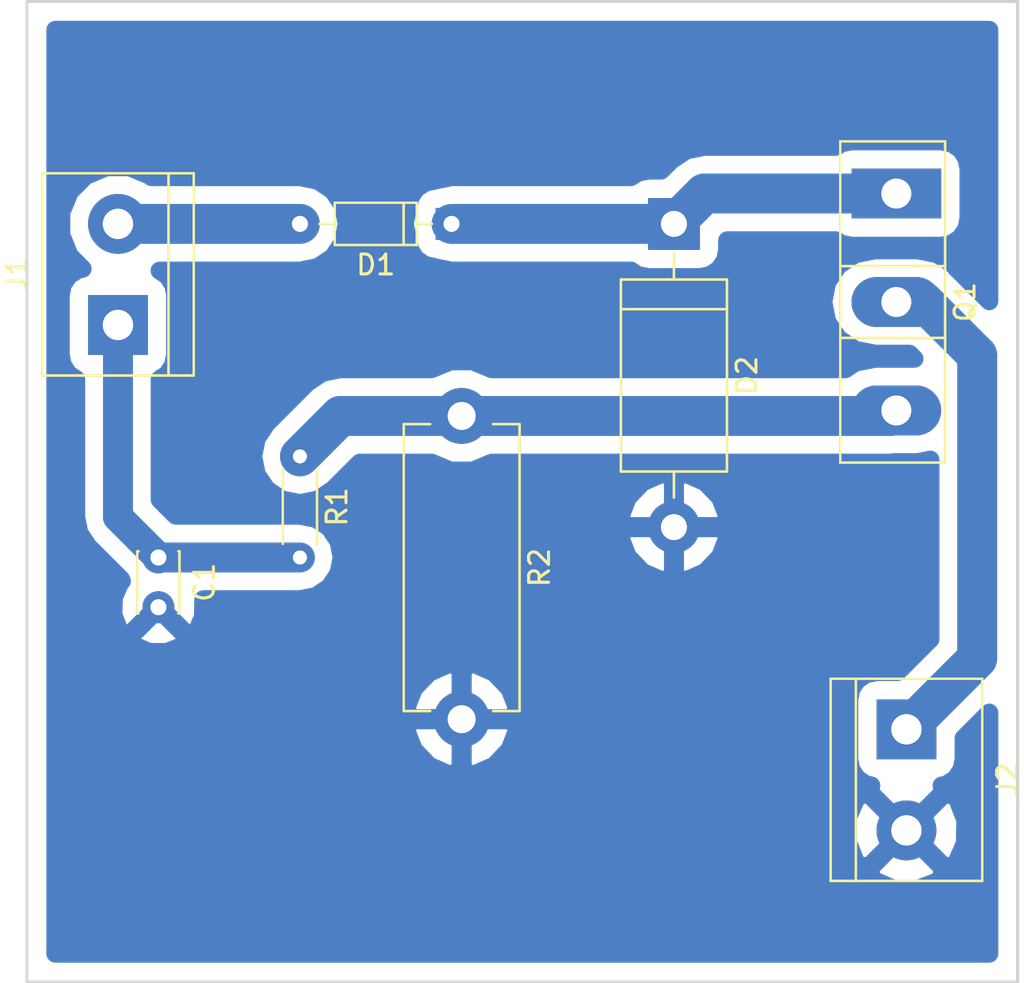
<source format=kicad_pcb>
(kicad_pcb (version 4) (host pcbnew 4.0.7)

  (general
    (links 28)
    (no_connects 0)
    (area 36.109 29.388999 193.607 161.619001)
    (thickness 1.6)
    (drawings 8)
    (tracks 30)
    (zones 0)
    (modules 16)
    (nets 7)
  )

  (page A4)
  (layers
    (0 F.Cu signal)
    (31 B.Cu signal)
    (32 B.Adhes user)
    (33 F.Adhes user)
    (34 B.Paste user)
    (35 F.Paste user)
    (36 B.SilkS user)
    (37 F.SilkS user)
    (38 B.Mask user)
    (39 F.Mask user)
    (40 Dwgs.User user)
    (41 Cmts.User user)
    (42 Eco1.User user)
    (43 Eco2.User user)
    (44 Edge.Cuts user)
    (45 Margin user)
    (46 B.CrtYd user)
    (47 F.CrtYd user)
    (48 B.Fab user)
    (49 F.Fab user)
  )

  (setup
    (last_trace_width 2)
    (user_trace_width 1.5)
    (user_trace_width 2)
    (trace_clearance 0.2)
    (zone_clearance 0.9)
    (zone_45_only no)
    (trace_min 0.2)
    (segment_width 0.2)
    (edge_width 0.15)
    (via_size 0.6)
    (via_drill 0.4)
    (via_min_size 0.4)
    (via_min_drill 0.3)
    (uvia_size 0.3)
    (uvia_drill 0.1)
    (uvias_allowed no)
    (uvia_min_size 0.2)
    (uvia_min_drill 0.1)
    (pcb_text_width 0.3)
    (pcb_text_size 1.5 1.5)
    (mod_edge_width 0.15)
    (mod_text_size 1 1)
    (mod_text_width 0.15)
    (pad_size 1.524 1.524)
    (pad_drill 0.762)
    (pad_to_mask_clearance 0.2)
    (aux_axis_origin 0 0)
    (visible_elements FFFFFF7F)
    (pcbplotparams
      (layerselection 0x00030_80000001)
      (usegerberextensions false)
      (excludeedgelayer true)
      (linewidth 0.100000)
      (plotframeref false)
      (viasonmask false)
      (mode 1)
      (useauxorigin false)
      (hpglpennumber 1)
      (hpglpenspeed 20)
      (hpglpendiameter 15)
      (hpglpenoverlay 2)
      (psnegative false)
      (psa4output false)
      (plotreference true)
      (plotvalue true)
      (plotinvisibletext false)
      (padsonsilk false)
      (subtractmaskfromsilk false)
      (outputformat 1)
      (mirror false)
      (drillshape 1)
      (scaleselection 1)
      (outputdirectory ""))
  )

  (net 0 "")
  (net 1 "Net-(C1-Pad1)")
  (net 2 Earth)
  (net 3 "Net-(D1-Pad1)")
  (net 4 "Net-(D1-Pad2)")
  (net 5 "Net-(J2-Pad1)")
  (net 6 "Net-(Q1-Pad3)")

  (net_class Default "Esta es la clase de red por defecto."
    (clearance 0.2)
    (trace_width 0.25)
    (via_dia 0.6)
    (via_drill 0.4)
    (uvia_dia 0.3)
    (uvia_drill 0.1)
    (add_net Earth)
    (add_net "Net-(C1-Pad1)")
    (add_net "Net-(D1-Pad1)")
    (add_net "Net-(D1-Pad2)")
    (add_net "Net-(J2-Pad1)")
    (add_net "Net-(Q1-Pad3)")
  )

  (module Resistors_ThroughHole:R_Axial_DIN0614_L14.3mm_D5.7mm_P15.24mm_Horizontal (layer F.Cu) (tedit 5874F706) (tstamp 5AE72E34)
    (at 60.452 133.096 270)
    (descr "Resistor, Axial_DIN0614 series, Axial, Horizontal, pin pitch=15.24mm, 1.5W, length*diameter=14.3*5.7mm^2")
    (tags "Resistor Axial_DIN0614 series Axial Horizontal pin pitch 15.24mm 1.5W length 14.3mm diameter 5.7mm")
    (path /5AE72344)
    (fp_text reference R2 (at 7.62 -3.91 270) (layer F.SilkS)
      (effects (font (size 1 1) (thickness 0.15)))
    )
    (fp_text value R (at 7.62 3.91 270) (layer F.Fab)
      (effects (font (size 1 1) (thickness 0.15)))
    )
    (fp_line (start 0.47 -2.85) (end 0.47 2.85) (layer F.Fab) (width 0.1))
    (fp_line (start 0.47 2.85) (end 14.77 2.85) (layer F.Fab) (width 0.1))
    (fp_line (start 14.77 2.85) (end 14.77 -2.85) (layer F.Fab) (width 0.1))
    (fp_line (start 14.77 -2.85) (end 0.47 -2.85) (layer F.Fab) (width 0.1))
    (fp_line (start 0 0) (end 0.47 0) (layer F.Fab) (width 0.1))
    (fp_line (start 15.24 0) (end 14.77 0) (layer F.Fab) (width 0.1))
    (fp_line (start 0.41 -1.58) (end 0.41 -2.91) (layer F.SilkS) (width 0.12))
    (fp_line (start 0.41 -2.91) (end 14.83 -2.91) (layer F.SilkS) (width 0.12))
    (fp_line (start 14.83 -2.91) (end 14.83 -1.58) (layer F.SilkS) (width 0.12))
    (fp_line (start 0.41 1.58) (end 0.41 2.91) (layer F.SilkS) (width 0.12))
    (fp_line (start 0.41 2.91) (end 14.83 2.91) (layer F.SilkS) (width 0.12))
    (fp_line (start 14.83 2.91) (end 14.83 1.58) (layer F.SilkS) (width 0.12))
    (fp_line (start -1.65 -3.2) (end -1.65 3.2) (layer F.CrtYd) (width 0.05))
    (fp_line (start -1.65 3.2) (end 16.9 3.2) (layer F.CrtYd) (width 0.05))
    (fp_line (start 16.9 3.2) (end 16.9 -3.2) (layer F.CrtYd) (width 0.05))
    (fp_line (start 16.9 -3.2) (end -1.65 -3.2) (layer F.CrtYd) (width 0.05))
    (pad 1 thru_hole circle (at 0 0 270) (size 2.8 2.8) (drill 1.4) (layers *.Cu *.Mask)
      (net 6 "Net-(Q1-Pad3)"))
    (pad 2 thru_hole oval (at 15.24 0 270) (size 2.8 2.8) (drill 1.4) (layers *.Cu *.Mask)
      (net 2 Earth))
    (model ${KISYS3DMOD}/Resistors_THT.3dshapes/R_Axial_DIN0614_L14.3mm_D5.7mm_P15.24mm_Horizontal.wrl
      (at (xyz 0 0 0))
      (scale (xyz 0.393701 0.393701 0.393701))
      (rotate (xyz 0 0 0))
    )
  )

  (module Resistors_ThroughHole:R_Axial_DIN0204_L3.6mm_D1.6mm_P5.08mm_Horizontal (layer F.Cu) (tedit 5874F706) (tstamp 5AE72E2F)
    (at 52.324 135.128 270)
    (descr "Resistor, Axial_DIN0204 series, Axial, Horizontal, pin pitch=5.08mm, 0.16666666666666666W = 1/6W, length*diameter=3.6*1.6mm^2, http://cdn-reichelt.de/documents/datenblatt/B400/1_4W%23YAG.pdf")
    (tags "Resistor Axial_DIN0204 series Axial Horizontal pin pitch 5.08mm 0.16666666666666666W = 1/6W length 3.6mm diameter 1.6mm")
    (path /5AE72232)
    (fp_text reference R1 (at 2.54 -1.86 270) (layer F.SilkS)
      (effects (font (size 1 1) (thickness 0.15)))
    )
    (fp_text value R (at 2.54 1.86 270) (layer F.Fab)
      (effects (font (size 1 1) (thickness 0.15)))
    )
    (fp_line (start 0.74 -0.8) (end 0.74 0.8) (layer F.Fab) (width 0.1))
    (fp_line (start 0.74 0.8) (end 4.34 0.8) (layer F.Fab) (width 0.1))
    (fp_line (start 4.34 0.8) (end 4.34 -0.8) (layer F.Fab) (width 0.1))
    (fp_line (start 4.34 -0.8) (end 0.74 -0.8) (layer F.Fab) (width 0.1))
    (fp_line (start 0 0) (end 0.74 0) (layer F.Fab) (width 0.1))
    (fp_line (start 5.08 0) (end 4.34 0) (layer F.Fab) (width 0.1))
    (fp_line (start 0.68 -0.86) (end 4.4 -0.86) (layer F.SilkS) (width 0.12))
    (fp_line (start 0.68 0.86) (end 4.4 0.86) (layer F.SilkS) (width 0.12))
    (fp_line (start -0.95 -1.15) (end -0.95 1.15) (layer F.CrtYd) (width 0.05))
    (fp_line (start -0.95 1.15) (end 6.05 1.15) (layer F.CrtYd) (width 0.05))
    (fp_line (start 6.05 1.15) (end 6.05 -1.15) (layer F.CrtYd) (width 0.05))
    (fp_line (start 6.05 -1.15) (end -0.95 -1.15) (layer F.CrtYd) (width 0.05))
    (pad 1 thru_hole circle (at 0 0 270) (size 1.4 1.4) (drill 0.7) (layers *.Cu *.Mask)
      (net 6 "Net-(Q1-Pad3)"))
    (pad 2 thru_hole oval (at 5.08 0 270) (size 1.4 1.4) (drill 0.7) (layers *.Cu *.Mask)
      (net 1 "Net-(C1-Pad1)"))
    (model ${KISYS3DMOD}/Resistors_THT.3dshapes/R_Axial_DIN0204_L3.6mm_D1.6mm_P5.08mm_Horizontal.wrl
      (at (xyz 0 0 0))
      (scale (xyz 0.393701 0.393701 0.393701))
      (rotate (xyz 0 0 0))
    )
  )

  (module TO_SOT_Packages_THT:TO-247_TO-3P_Vertical (layer F.Cu) (tedit 58CE52AE) (tstamp 5AE72E29)
    (at 82.296 121.92 270)
    (descr "TO-247, Vertical, RM 5.45mm, TO-3P")
    (tags "TO-247 Vertical RM 5.45mm TO-3P")
    (path /5AE722E5)
    (fp_text reference Q1 (at 5.45 -3.45 270) (layer F.SilkS)
      (effects (font (size 1 1) (thickness 0.15)))
    )
    (fp_text value IRF9540N (at 5.45 6.07 270) (layer F.Fab)
      (effects (font (size 1 1) (thickness 0.15)))
    )
    (fp_text user %R (at 5.45 -3.45 270) (layer F.Fab)
      (effects (font (size 1 1) (thickness 0.15)))
    )
    (fp_line (start -2.5 -2.33) (end -2.5 2.7) (layer F.Fab) (width 0.1))
    (fp_line (start -2.5 2.7) (end 13.4 2.7) (layer F.Fab) (width 0.1))
    (fp_line (start 13.4 2.7) (end 13.4 -2.33) (layer F.Fab) (width 0.1))
    (fp_line (start 13.4 -2.33) (end -2.5 -2.33) (layer F.Fab) (width 0.1))
    (fp_line (start 3.645 -2.33) (end 3.645 2.7) (layer F.Fab) (width 0.1))
    (fp_line (start 7.255 -2.33) (end 7.255 2.7) (layer F.Fab) (width 0.1))
    (fp_line (start -2.62 -2.451) (end 13.52 -2.451) (layer F.SilkS) (width 0.12))
    (fp_line (start -2.62 2.82) (end 13.52 2.82) (layer F.SilkS) (width 0.12))
    (fp_line (start -2.62 -2.451) (end -2.62 2.82) (layer F.SilkS) (width 0.12))
    (fp_line (start 13.52 -2.451) (end 13.52 2.82) (layer F.SilkS) (width 0.12))
    (fp_line (start 3.646 -2.451) (end 3.646 2.82) (layer F.SilkS) (width 0.12))
    (fp_line (start 7.255 -2.451) (end 7.255 2.82) (layer F.SilkS) (width 0.12))
    (fp_line (start -2.75 -2.59) (end -2.75 2.95) (layer F.CrtYd) (width 0.05))
    (fp_line (start -2.75 2.95) (end 13.65 2.95) (layer F.CrtYd) (width 0.05))
    (fp_line (start 13.65 2.95) (end 13.65 -2.59) (layer F.CrtYd) (width 0.05))
    (fp_line (start 13.65 -2.59) (end -2.75 -2.59) (layer F.CrtYd) (width 0.05))
    (pad 1 thru_hole rect (at 0 0 270) (size 2.5 4.5) (drill 1.5) (layers *.Cu *.Mask)
      (net 3 "Net-(D1-Pad1)"))
    (pad 2 thru_hole oval (at 5.45 0 270) (size 2.5 4.5) (drill 1.5) (layers *.Cu *.Mask)
      (net 5 "Net-(J2-Pad1)"))
    (pad 3 thru_hole oval (at 10.9 0 270) (size 2.5 4.5) (drill 1.5) (layers *.Cu *.Mask)
      (net 6 "Net-(Q1-Pad3)"))
    (model ${KISYS3DMOD}/TO_SOT_Packages_THT.3dshapes/TO-247_TO-3P_Vertical.wrl
      (at (xyz 0.212598 0 0))
      (scale (xyz 1 1 1))
      (rotate (xyz 0 0 0))
    )
  )

  (module Connectors:bornier2 (layer F.Cu) (tedit 587FD522) (tstamp 5AE72E24)
    (at 82.804 148.844 270)
    (descr "Bornier d'alimentation 2 pins")
    (tags DEV)
    (path /5AE7287D)
    (fp_text reference J2 (at 2.54 -5.08 270) (layer F.SilkS)
      (effects (font (size 1 1) (thickness 0.15)))
    )
    (fp_text value Conn_01x02 (at 2.54 5.08 270) (layer F.Fab)
      (effects (font (size 1 1) (thickness 0.15)))
    )
    (fp_line (start -2.41 2.55) (end 7.49 2.55) (layer F.Fab) (width 0.1))
    (fp_line (start -2.46 -3.75) (end -2.46 3.75) (layer F.Fab) (width 0.1))
    (fp_line (start -2.46 3.75) (end 7.54 3.75) (layer F.Fab) (width 0.1))
    (fp_line (start 7.54 3.75) (end 7.54 -3.75) (layer F.Fab) (width 0.1))
    (fp_line (start 7.54 -3.75) (end -2.46 -3.75) (layer F.Fab) (width 0.1))
    (fp_line (start 7.62 2.54) (end -2.54 2.54) (layer F.SilkS) (width 0.12))
    (fp_line (start 7.62 3.81) (end 7.62 -3.81) (layer F.SilkS) (width 0.12))
    (fp_line (start 7.62 -3.81) (end -2.54 -3.81) (layer F.SilkS) (width 0.12))
    (fp_line (start -2.54 -3.81) (end -2.54 3.81) (layer F.SilkS) (width 0.12))
    (fp_line (start -2.54 3.81) (end 7.62 3.81) (layer F.SilkS) (width 0.12))
    (fp_line (start -2.71 -4) (end 7.79 -4) (layer F.CrtYd) (width 0.05))
    (fp_line (start -2.71 -4) (end -2.71 4) (layer F.CrtYd) (width 0.05))
    (fp_line (start 7.79 4) (end 7.79 -4) (layer F.CrtYd) (width 0.05))
    (fp_line (start 7.79 4) (end -2.71 4) (layer F.CrtYd) (width 0.05))
    (pad 1 thru_hole rect (at 0 0 270) (size 3 3) (drill 1.52) (layers *.Cu *.Mask)
      (net 5 "Net-(J2-Pad1)"))
    (pad 2 thru_hole circle (at 5.08 0 270) (size 3 3) (drill 1.52) (layers *.Cu *.Mask)
      (net 2 Earth))
    (model ${KISYS3DMOD}/Connectors.3dshapes/bornier2.wrl
      (at (xyz 0 0 0))
      (scale (xyz 1 1 1))
      (rotate (xyz 0 0 0))
    )
  )

  (module Connectors:bornier2 (layer F.Cu) (tedit 587FD522) (tstamp 5AE72E1F)
    (at 43.18 128.524 90)
    (descr "Bornier d'alimentation 2 pins")
    (tags DEV)
    (path /5AE71FEC)
    (fp_text reference J1 (at 2.54 -5.08 90) (layer F.SilkS)
      (effects (font (size 1 1) (thickness 0.15)))
    )
    (fp_text value Conn_01x02 (at 2.54 5.08 90) (layer F.Fab)
      (effects (font (size 1 1) (thickness 0.15)))
    )
    (fp_line (start -2.41 2.55) (end 7.49 2.55) (layer F.Fab) (width 0.1))
    (fp_line (start -2.46 -3.75) (end -2.46 3.75) (layer F.Fab) (width 0.1))
    (fp_line (start -2.46 3.75) (end 7.54 3.75) (layer F.Fab) (width 0.1))
    (fp_line (start 7.54 3.75) (end 7.54 -3.75) (layer F.Fab) (width 0.1))
    (fp_line (start 7.54 -3.75) (end -2.46 -3.75) (layer F.Fab) (width 0.1))
    (fp_line (start 7.62 2.54) (end -2.54 2.54) (layer F.SilkS) (width 0.12))
    (fp_line (start 7.62 3.81) (end 7.62 -3.81) (layer F.SilkS) (width 0.12))
    (fp_line (start 7.62 -3.81) (end -2.54 -3.81) (layer F.SilkS) (width 0.12))
    (fp_line (start -2.54 -3.81) (end -2.54 3.81) (layer F.SilkS) (width 0.12))
    (fp_line (start -2.54 3.81) (end 7.62 3.81) (layer F.SilkS) (width 0.12))
    (fp_line (start -2.71 -4) (end 7.79 -4) (layer F.CrtYd) (width 0.05))
    (fp_line (start -2.71 -4) (end -2.71 4) (layer F.CrtYd) (width 0.05))
    (fp_line (start 7.79 4) (end 7.79 -4) (layer F.CrtYd) (width 0.05))
    (fp_line (start 7.79 4) (end -2.71 4) (layer F.CrtYd) (width 0.05))
    (pad 1 thru_hole rect (at 0 0 90) (size 3 3) (drill 1.52) (layers *.Cu *.Mask)
      (net 1 "Net-(C1-Pad1)"))
    (pad 2 thru_hole circle (at 5.08 0 90) (size 3 3) (drill 1.52) (layers *.Cu *.Mask)
      (net 4 "Net-(D1-Pad2)"))
    (model ${KISYS3DMOD}/Connectors.3dshapes/bornier2.wrl
      (at (xyz 0 0 0))
      (scale (xyz 1 1 1))
      (rotate (xyz 0 0 0))
    )
  )

  (module Diodes_THT:D_DO-201_P15.24mm_Horizontal (layer F.Cu) (tedit 5921392E) (tstamp 5AE72E1A)
    (at 71.12 123.444 270)
    (descr "D, DO-201 series, Axial, Horizontal, pin pitch=15.24mm, , length*diameter=9.53*5.21mm^2, , http://www.diodes.com/_files/packages/DO-201.pdf")
    (tags "D DO-201 series Axial Horizontal pin pitch 15.24mm  length 9.53mm diameter 5.21mm")
    (path /5AE72115)
    (fp_text reference D2 (at 7.62 -3.665 270) (layer F.SilkS)
      (effects (font (size 1 1) (thickness 0.15)))
    )
    (fp_text value D_TVS (at 7.62 3.665 270) (layer F.Fab)
      (effects (font (size 1 1) (thickness 0.15)))
    )
    (fp_text user %R (at 7.62 0 270) (layer F.Fab)
      (effects (font (size 1 1) (thickness 0.15)))
    )
    (fp_line (start 2.855 -2.605) (end 2.855 2.605) (layer F.Fab) (width 0.1))
    (fp_line (start 2.855 2.605) (end 12.385 2.605) (layer F.Fab) (width 0.1))
    (fp_line (start 12.385 2.605) (end 12.385 -2.605) (layer F.Fab) (width 0.1))
    (fp_line (start 12.385 -2.605) (end 2.855 -2.605) (layer F.Fab) (width 0.1))
    (fp_line (start 0 0) (end 2.855 0) (layer F.Fab) (width 0.1))
    (fp_line (start 15.24 0) (end 12.385 0) (layer F.Fab) (width 0.1))
    (fp_line (start 4.2845 -2.605) (end 4.2845 2.605) (layer F.Fab) (width 0.1))
    (fp_line (start 2.795 -2.665) (end 2.795 2.665) (layer F.SilkS) (width 0.12))
    (fp_line (start 2.795 2.665) (end 12.445 2.665) (layer F.SilkS) (width 0.12))
    (fp_line (start 12.445 2.665) (end 12.445 -2.665) (layer F.SilkS) (width 0.12))
    (fp_line (start 12.445 -2.665) (end 2.795 -2.665) (layer F.SilkS) (width 0.12))
    (fp_line (start 1.48 0) (end 2.795 0) (layer F.SilkS) (width 0.12))
    (fp_line (start 13.76 0) (end 12.445 0) (layer F.SilkS) (width 0.12))
    (fp_line (start 4.2845 -2.665) (end 4.2845 2.665) (layer F.SilkS) (width 0.12))
    (fp_line (start -1.55 -2.95) (end -1.55 2.95) (layer F.CrtYd) (width 0.05))
    (fp_line (start -1.55 2.95) (end 16.8 2.95) (layer F.CrtYd) (width 0.05))
    (fp_line (start 16.8 2.95) (end 16.8 -2.95) (layer F.CrtYd) (width 0.05))
    (fp_line (start 16.8 -2.95) (end -1.55 -2.95) (layer F.CrtYd) (width 0.05))
    (pad 1 thru_hole rect (at 0 0 270) (size 2.6 2.6) (drill 1.3) (layers *.Cu *.Mask)
      (net 3 "Net-(D1-Pad1)"))
    (pad 2 thru_hole oval (at 15.24 0 270) (size 2.6 2.6) (drill 1.3) (layers *.Cu *.Mask)
      (net 2 Earth))
    (model ${KISYS3DMOD}/Diodes_THT.3dshapes/D_DO-201_P15.24mm_Horizontal.wrl
      (at (xyz 0 0 0))
      (scale (xyz 0.393701 0.393701 0.393701))
      (rotate (xyz 0 0 0))
    )
  )

  (module Diodes_THT:D_DO-35_SOD27_P7.62mm_Horizontal (layer F.Cu) (tedit 5921392F) (tstamp 5AE72E15)
    (at 59.944 123.444 180)
    (descr "D, DO-35_SOD27 series, Axial, Horizontal, pin pitch=7.62mm, , length*diameter=4*2mm^2, , http://www.diodes.com/_files/packages/DO-35.pdf")
    (tags "D DO-35_SOD27 series Axial Horizontal pin pitch 7.62mm  length 4mm diameter 2mm")
    (path /5AE72084)
    (fp_text reference D1 (at 3.81 -2.06 180) (layer F.SilkS)
      (effects (font (size 1 1) (thickness 0.15)))
    )
    (fp_text value D (at 3.81 2.06 180) (layer F.Fab)
      (effects (font (size 1 1) (thickness 0.15)))
    )
    (fp_text user %R (at 3.81 0 180) (layer F.Fab)
      (effects (font (size 1 1) (thickness 0.15)))
    )
    (fp_line (start 1.81 -1) (end 1.81 1) (layer F.Fab) (width 0.1))
    (fp_line (start 1.81 1) (end 5.81 1) (layer F.Fab) (width 0.1))
    (fp_line (start 5.81 1) (end 5.81 -1) (layer F.Fab) (width 0.1))
    (fp_line (start 5.81 -1) (end 1.81 -1) (layer F.Fab) (width 0.1))
    (fp_line (start 0 0) (end 1.81 0) (layer F.Fab) (width 0.1))
    (fp_line (start 7.62 0) (end 5.81 0) (layer F.Fab) (width 0.1))
    (fp_line (start 2.41 -1) (end 2.41 1) (layer F.Fab) (width 0.1))
    (fp_line (start 1.75 -1.06) (end 1.75 1.06) (layer F.SilkS) (width 0.12))
    (fp_line (start 1.75 1.06) (end 5.87 1.06) (layer F.SilkS) (width 0.12))
    (fp_line (start 5.87 1.06) (end 5.87 -1.06) (layer F.SilkS) (width 0.12))
    (fp_line (start 5.87 -1.06) (end 1.75 -1.06) (layer F.SilkS) (width 0.12))
    (fp_line (start 0.98 0) (end 1.75 0) (layer F.SilkS) (width 0.12))
    (fp_line (start 6.64 0) (end 5.87 0) (layer F.SilkS) (width 0.12))
    (fp_line (start 2.41 -1.06) (end 2.41 1.06) (layer F.SilkS) (width 0.12))
    (fp_line (start -1.05 -1.35) (end -1.05 1.35) (layer F.CrtYd) (width 0.05))
    (fp_line (start -1.05 1.35) (end 8.7 1.35) (layer F.CrtYd) (width 0.05))
    (fp_line (start 8.7 1.35) (end 8.7 -1.35) (layer F.CrtYd) (width 0.05))
    (fp_line (start 8.7 -1.35) (end -1.05 -1.35) (layer F.CrtYd) (width 0.05))
    (pad 1 thru_hole rect (at 0 0 180) (size 1.6 1.6) (drill 0.8) (layers *.Cu *.Mask)
      (net 3 "Net-(D1-Pad1)"))
    (pad 2 thru_hole oval (at 7.62 0 180) (size 1.6 1.6) (drill 0.8) (layers *.Cu *.Mask)
      (net 4 "Net-(D1-Pad2)"))
    (model ${KISYS3DMOD}/Diodes_THT.3dshapes/D_DO-35_SOD27_P7.62mm_Horizontal.wrl
      (at (xyz 0 0 0))
      (scale (xyz 0.393701 0.393701 0.393701))
      (rotate (xyz 0 0 0))
    )
  )

  (module Capacitors_THT:C_Disc_D3.0mm_W2.0mm_P2.50mm (layer F.Cu) (tedit 597BC7C2) (tstamp 5AE72E10)
    (at 45.212 140.208 270)
    (descr "C, Disc series, Radial, pin pitch=2.50mm, , diameter*width=3*2mm^2, Capacitor")
    (tags "C Disc series Radial pin pitch 2.50mm  diameter 3mm width 2mm Capacitor")
    (path /5AE72191)
    (fp_text reference C1 (at 1.25 -2.31 270) (layer F.SilkS)
      (effects (font (size 1 1) (thickness 0.15)))
    )
    (fp_text value C (at 1.25 2.31 270) (layer F.Fab)
      (effects (font (size 1 1) (thickness 0.15)))
    )
    (fp_line (start -0.25 -1) (end -0.25 1) (layer F.Fab) (width 0.1))
    (fp_line (start -0.25 1) (end 2.75 1) (layer F.Fab) (width 0.1))
    (fp_line (start 2.75 1) (end 2.75 -1) (layer F.Fab) (width 0.1))
    (fp_line (start 2.75 -1) (end -0.25 -1) (layer F.Fab) (width 0.1))
    (fp_line (start -0.31 -1.06) (end 2.81 -1.06) (layer F.SilkS) (width 0.12))
    (fp_line (start -0.31 1.06) (end 2.81 1.06) (layer F.SilkS) (width 0.12))
    (fp_line (start -0.31 -1.06) (end -0.31 -0.996) (layer F.SilkS) (width 0.12))
    (fp_line (start -0.31 0.996) (end -0.31 1.06) (layer F.SilkS) (width 0.12))
    (fp_line (start 2.81 -1.06) (end 2.81 -0.996) (layer F.SilkS) (width 0.12))
    (fp_line (start 2.81 0.996) (end 2.81 1.06) (layer F.SilkS) (width 0.12))
    (fp_line (start -1.05 -1.35) (end -1.05 1.35) (layer F.CrtYd) (width 0.05))
    (fp_line (start -1.05 1.35) (end 3.55 1.35) (layer F.CrtYd) (width 0.05))
    (fp_line (start 3.55 1.35) (end 3.55 -1.35) (layer F.CrtYd) (width 0.05))
    (fp_line (start 3.55 -1.35) (end -1.05 -1.35) (layer F.CrtYd) (width 0.05))
    (fp_text user %R (at 1.25 0 270) (layer F.Fab)
      (effects (font (size 1 1) (thickness 0.15)))
    )
    (pad 1 thru_hole circle (at 0 0 270) (size 1.6 1.6) (drill 0.8) (layers *.Cu *.Mask)
      (net 1 "Net-(C1-Pad1)"))
    (pad 2 thru_hole circle (at 2.5 0 270) (size 1.6 1.6) (drill 0.8) (layers *.Cu *.Mask)
      (net 2 Earth))
    (model ${KISYS3DMOD}/Capacitors_THT.3dshapes/C_Disc_D3.0mm_W2.0mm_P2.50mm.wrl
      (at (xyz 0 0 0))
      (scale (xyz 1 1 1))
      (rotate (xyz 0 0 0))
    )
  )

  (module Capacitors_THT:C_Disc_D3.0mm_W2.0mm_P2.50mm (layer F.Cu) (tedit 597BC7C2) (tstamp 5AE72E0B)
    (at 45.212 140.208 270)
    (descr "C, Disc series, Radial, pin pitch=2.50mm, , diameter*width=3*2mm^2, Capacitor")
    (tags "C Disc series Radial pin pitch 2.50mm  diameter 3mm width 2mm Capacitor")
    (path /5AE72191)
    (fp_text reference C1 (at 1.25 -2.31 270) (layer F.SilkS)
      (effects (font (size 1 1) (thickness 0.15)))
    )
    (fp_text value C (at 1.25 2.31 270) (layer F.Fab)
      (effects (font (size 1 1) (thickness 0.15)))
    )
    (fp_line (start -0.25 -1) (end -0.25 1) (layer F.Fab) (width 0.1))
    (fp_line (start -0.25 1) (end 2.75 1) (layer F.Fab) (width 0.1))
    (fp_line (start 2.75 1) (end 2.75 -1) (layer F.Fab) (width 0.1))
    (fp_line (start 2.75 -1) (end -0.25 -1) (layer F.Fab) (width 0.1))
    (fp_line (start -0.31 -1.06) (end 2.81 -1.06) (layer F.SilkS) (width 0.12))
    (fp_line (start -0.31 1.06) (end 2.81 1.06) (layer F.SilkS) (width 0.12))
    (fp_line (start -0.31 -1.06) (end -0.31 -0.996) (layer F.SilkS) (width 0.12))
    (fp_line (start -0.31 0.996) (end -0.31 1.06) (layer F.SilkS) (width 0.12))
    (fp_line (start 2.81 -1.06) (end 2.81 -0.996) (layer F.SilkS) (width 0.12))
    (fp_line (start 2.81 0.996) (end 2.81 1.06) (layer F.SilkS) (width 0.12))
    (fp_line (start -1.05 -1.35) (end -1.05 1.35) (layer F.CrtYd) (width 0.05))
    (fp_line (start -1.05 1.35) (end 3.55 1.35) (layer F.CrtYd) (width 0.05))
    (fp_line (start 3.55 1.35) (end 3.55 -1.35) (layer F.CrtYd) (width 0.05))
    (fp_line (start 3.55 -1.35) (end -1.05 -1.35) (layer F.CrtYd) (width 0.05))
    (fp_text user %R (at 1.25 0 270) (layer F.Fab)
      (effects (font (size 1 1) (thickness 0.15)))
    )
    (pad 1 thru_hole circle (at 0 0 270) (size 1.6 1.6) (drill 0.8) (layers *.Cu *.Mask)
      (net 1 "Net-(C1-Pad1)"))
    (pad 2 thru_hole circle (at 2.5 0 270) (size 1.6 1.6) (drill 0.8) (layers *.Cu *.Mask)
      (net 2 Earth))
    (model ${KISYS3DMOD}/Capacitors_THT.3dshapes/C_Disc_D3.0mm_W2.0mm_P2.50mm.wrl
      (at (xyz 0 0 0))
      (scale (xyz 1 1 1))
      (rotate (xyz 0 0 0))
    )
  )

  (module Diodes_THT:D_DO-35_SOD27_P7.62mm_Horizontal (layer F.Cu) (tedit 5921392F) (tstamp 5AE72E06)
    (at 59.944 123.444 180)
    (descr "D, DO-35_SOD27 series, Axial, Horizontal, pin pitch=7.62mm, , length*diameter=4*2mm^2, , http://www.diodes.com/_files/packages/DO-35.pdf")
    (tags "D DO-35_SOD27 series Axial Horizontal pin pitch 7.62mm  length 4mm diameter 2mm")
    (path /5AE72084)
    (fp_text reference D1 (at 3.81 -2.06 180) (layer F.SilkS)
      (effects (font (size 1 1) (thickness 0.15)))
    )
    (fp_text value D (at 3.81 2.06 180) (layer F.Fab)
      (effects (font (size 1 1) (thickness 0.15)))
    )
    (fp_text user %R (at 3.81 0 180) (layer F.Fab)
      (effects (font (size 1 1) (thickness 0.15)))
    )
    (fp_line (start 1.81 -1) (end 1.81 1) (layer F.Fab) (width 0.1))
    (fp_line (start 1.81 1) (end 5.81 1) (layer F.Fab) (width 0.1))
    (fp_line (start 5.81 1) (end 5.81 -1) (layer F.Fab) (width 0.1))
    (fp_line (start 5.81 -1) (end 1.81 -1) (layer F.Fab) (width 0.1))
    (fp_line (start 0 0) (end 1.81 0) (layer F.Fab) (width 0.1))
    (fp_line (start 7.62 0) (end 5.81 0) (layer F.Fab) (width 0.1))
    (fp_line (start 2.41 -1) (end 2.41 1) (layer F.Fab) (width 0.1))
    (fp_line (start 1.75 -1.06) (end 1.75 1.06) (layer F.SilkS) (width 0.12))
    (fp_line (start 1.75 1.06) (end 5.87 1.06) (layer F.SilkS) (width 0.12))
    (fp_line (start 5.87 1.06) (end 5.87 -1.06) (layer F.SilkS) (width 0.12))
    (fp_line (start 5.87 -1.06) (end 1.75 -1.06) (layer F.SilkS) (width 0.12))
    (fp_line (start 0.98 0) (end 1.75 0) (layer F.SilkS) (width 0.12))
    (fp_line (start 6.64 0) (end 5.87 0) (layer F.SilkS) (width 0.12))
    (fp_line (start 2.41 -1.06) (end 2.41 1.06) (layer F.SilkS) (width 0.12))
    (fp_line (start -1.05 -1.35) (end -1.05 1.35) (layer F.CrtYd) (width 0.05))
    (fp_line (start -1.05 1.35) (end 8.7 1.35) (layer F.CrtYd) (width 0.05))
    (fp_line (start 8.7 1.35) (end 8.7 -1.35) (layer F.CrtYd) (width 0.05))
    (fp_line (start 8.7 -1.35) (end -1.05 -1.35) (layer F.CrtYd) (width 0.05))
    (pad 1 thru_hole rect (at 0 0 180) (size 1.6 1.6) (drill 0.8) (layers *.Cu *.Mask)
      (net 3 "Net-(D1-Pad1)"))
    (pad 2 thru_hole oval (at 7.62 0 180) (size 1.6 1.6) (drill 0.8) (layers *.Cu *.Mask)
      (net 4 "Net-(D1-Pad2)"))
    (model ${KISYS3DMOD}/Diodes_THT.3dshapes/D_DO-35_SOD27_P7.62mm_Horizontal.wrl
      (at (xyz 0 0 0))
      (scale (xyz 0.393701 0.393701 0.393701))
      (rotate (xyz 0 0 0))
    )
  )

  (module Diodes_THT:D_DO-201_P15.24mm_Horizontal (layer F.Cu) (tedit 5921392E) (tstamp 5AE72E01)
    (at 71.12 123.444 270)
    (descr "D, DO-201 series, Axial, Horizontal, pin pitch=15.24mm, , length*diameter=9.53*5.21mm^2, , http://www.diodes.com/_files/packages/DO-201.pdf")
    (tags "D DO-201 series Axial Horizontal pin pitch 15.24mm  length 9.53mm diameter 5.21mm")
    (path /5AE72115)
    (fp_text reference D2 (at 7.62 -3.665 270) (layer F.SilkS)
      (effects (font (size 1 1) (thickness 0.15)))
    )
    (fp_text value D_TVS (at 7.62 3.665 270) (layer F.Fab)
      (effects (font (size 1 1) (thickness 0.15)))
    )
    (fp_text user %R (at 7.62 0 270) (layer F.Fab)
      (effects (font (size 1 1) (thickness 0.15)))
    )
    (fp_line (start 2.855 -2.605) (end 2.855 2.605) (layer F.Fab) (width 0.1))
    (fp_line (start 2.855 2.605) (end 12.385 2.605) (layer F.Fab) (width 0.1))
    (fp_line (start 12.385 2.605) (end 12.385 -2.605) (layer F.Fab) (width 0.1))
    (fp_line (start 12.385 -2.605) (end 2.855 -2.605) (layer F.Fab) (width 0.1))
    (fp_line (start 0 0) (end 2.855 0) (layer F.Fab) (width 0.1))
    (fp_line (start 15.24 0) (end 12.385 0) (layer F.Fab) (width 0.1))
    (fp_line (start 4.2845 -2.605) (end 4.2845 2.605) (layer F.Fab) (width 0.1))
    (fp_line (start 2.795 -2.665) (end 2.795 2.665) (layer F.SilkS) (width 0.12))
    (fp_line (start 2.795 2.665) (end 12.445 2.665) (layer F.SilkS) (width 0.12))
    (fp_line (start 12.445 2.665) (end 12.445 -2.665) (layer F.SilkS) (width 0.12))
    (fp_line (start 12.445 -2.665) (end 2.795 -2.665) (layer F.SilkS) (width 0.12))
    (fp_line (start 1.48 0) (end 2.795 0) (layer F.SilkS) (width 0.12))
    (fp_line (start 13.76 0) (end 12.445 0) (layer F.SilkS) (width 0.12))
    (fp_line (start 4.2845 -2.665) (end 4.2845 2.665) (layer F.SilkS) (width 0.12))
    (fp_line (start -1.55 -2.95) (end -1.55 2.95) (layer F.CrtYd) (width 0.05))
    (fp_line (start -1.55 2.95) (end 16.8 2.95) (layer F.CrtYd) (width 0.05))
    (fp_line (start 16.8 2.95) (end 16.8 -2.95) (layer F.CrtYd) (width 0.05))
    (fp_line (start 16.8 -2.95) (end -1.55 -2.95) (layer F.CrtYd) (width 0.05))
    (pad 1 thru_hole rect (at 0 0 270) (size 2.6 2.6) (drill 1.3) (layers *.Cu *.Mask)
      (net 3 "Net-(D1-Pad1)"))
    (pad 2 thru_hole oval (at 15.24 0 270) (size 2.6 2.6) (drill 1.3) (layers *.Cu *.Mask)
      (net 2 Earth))
    (model ${KISYS3DMOD}/Diodes_THT.3dshapes/D_DO-201_P15.24mm_Horizontal.wrl
      (at (xyz 0 0 0))
      (scale (xyz 0.393701 0.393701 0.393701))
      (rotate (xyz 0 0 0))
    )
  )

  (module Connectors:bornier2 (layer F.Cu) (tedit 587FD522) (tstamp 5AE72DFC)
    (at 43.18 128.524 90)
    (descr "Bornier d'alimentation 2 pins")
    (tags DEV)
    (path /5AE71FEC)
    (fp_text reference J1 (at 2.54 -5.08 90) (layer F.SilkS)
      (effects (font (size 1 1) (thickness 0.15)))
    )
    (fp_text value Conn_01x02 (at 2.54 5.08 90) (layer F.Fab)
      (effects (font (size 1 1) (thickness 0.15)))
    )
    (fp_line (start -2.41 2.55) (end 7.49 2.55) (layer F.Fab) (width 0.1))
    (fp_line (start -2.46 -3.75) (end -2.46 3.75) (layer F.Fab) (width 0.1))
    (fp_line (start -2.46 3.75) (end 7.54 3.75) (layer F.Fab) (width 0.1))
    (fp_line (start 7.54 3.75) (end 7.54 -3.75) (layer F.Fab) (width 0.1))
    (fp_line (start 7.54 -3.75) (end -2.46 -3.75) (layer F.Fab) (width 0.1))
    (fp_line (start 7.62 2.54) (end -2.54 2.54) (layer F.SilkS) (width 0.12))
    (fp_line (start 7.62 3.81) (end 7.62 -3.81) (layer F.SilkS) (width 0.12))
    (fp_line (start 7.62 -3.81) (end -2.54 -3.81) (layer F.SilkS) (width 0.12))
    (fp_line (start -2.54 -3.81) (end -2.54 3.81) (layer F.SilkS) (width 0.12))
    (fp_line (start -2.54 3.81) (end 7.62 3.81) (layer F.SilkS) (width 0.12))
    (fp_line (start -2.71 -4) (end 7.79 -4) (layer F.CrtYd) (width 0.05))
    (fp_line (start -2.71 -4) (end -2.71 4) (layer F.CrtYd) (width 0.05))
    (fp_line (start 7.79 4) (end 7.79 -4) (layer F.CrtYd) (width 0.05))
    (fp_line (start 7.79 4) (end -2.71 4) (layer F.CrtYd) (width 0.05))
    (pad 1 thru_hole rect (at 0 0 90) (size 3 3) (drill 1.52) (layers *.Cu *.Mask)
      (net 1 "Net-(C1-Pad1)"))
    (pad 2 thru_hole circle (at 5.08 0 90) (size 3 3) (drill 1.52) (layers *.Cu *.Mask)
      (net 4 "Net-(D1-Pad2)"))
    (model ${KISYS3DMOD}/Connectors.3dshapes/bornier2.wrl
      (at (xyz 0 0 0))
      (scale (xyz 1 1 1))
      (rotate (xyz 0 0 0))
    )
  )

  (module Connectors:bornier2 (layer F.Cu) (tedit 587FD522) (tstamp 5AE72DF7)
    (at 82.804 148.844 270)
    (descr "Bornier d'alimentation 2 pins")
    (tags DEV)
    (path /5AE7287D)
    (fp_text reference J2 (at 2.54 -5.08 270) (layer F.SilkS)
      (effects (font (size 1 1) (thickness 0.15)))
    )
    (fp_text value Conn_01x02 (at 2.54 5.08 270) (layer F.Fab)
      (effects (font (size 1 1) (thickness 0.15)))
    )
    (fp_line (start -2.41 2.55) (end 7.49 2.55) (layer F.Fab) (width 0.1))
    (fp_line (start -2.46 -3.75) (end -2.46 3.75) (layer F.Fab) (width 0.1))
    (fp_line (start -2.46 3.75) (end 7.54 3.75) (layer F.Fab) (width 0.1))
    (fp_line (start 7.54 3.75) (end 7.54 -3.75) (layer F.Fab) (width 0.1))
    (fp_line (start 7.54 -3.75) (end -2.46 -3.75) (layer F.Fab) (width 0.1))
    (fp_line (start 7.62 2.54) (end -2.54 2.54) (layer F.SilkS) (width 0.12))
    (fp_line (start 7.62 3.81) (end 7.62 -3.81) (layer F.SilkS) (width 0.12))
    (fp_line (start 7.62 -3.81) (end -2.54 -3.81) (layer F.SilkS) (width 0.12))
    (fp_line (start -2.54 -3.81) (end -2.54 3.81) (layer F.SilkS) (width 0.12))
    (fp_line (start -2.54 3.81) (end 7.62 3.81) (layer F.SilkS) (width 0.12))
    (fp_line (start -2.71 -4) (end 7.79 -4) (layer F.CrtYd) (width 0.05))
    (fp_line (start -2.71 -4) (end -2.71 4) (layer F.CrtYd) (width 0.05))
    (fp_line (start 7.79 4) (end 7.79 -4) (layer F.CrtYd) (width 0.05))
    (fp_line (start 7.79 4) (end -2.71 4) (layer F.CrtYd) (width 0.05))
    (pad 1 thru_hole rect (at 0 0 270) (size 3 3) (drill 1.52) (layers *.Cu *.Mask)
      (net 5 "Net-(J2-Pad1)"))
    (pad 2 thru_hole circle (at 5.08 0 270) (size 3 3) (drill 1.52) (layers *.Cu *.Mask)
      (net 2 Earth))
    (model ${KISYS3DMOD}/Connectors.3dshapes/bornier2.wrl
      (at (xyz 0 0 0))
      (scale (xyz 1 1 1))
      (rotate (xyz 0 0 0))
    )
  )

  (module TO_SOT_Packages_THT:TO-247_TO-3P_Vertical (layer F.Cu) (tedit 58CE52AE) (tstamp 5AE72DF1)
    (at 82.296 121.92 270)
    (descr "TO-247, Vertical, RM 5.45mm, TO-3P")
    (tags "TO-247 Vertical RM 5.45mm TO-3P")
    (path /5AE722E5)
    (fp_text reference Q1 (at 5.45 -3.45 270) (layer F.SilkS)
      (effects (font (size 1 1) (thickness 0.15)))
    )
    (fp_text value IRF9540N (at 5.45 6.07 270) (layer F.Fab)
      (effects (font (size 1 1) (thickness 0.15)))
    )
    (fp_text user %R (at 5.45 -3.45 270) (layer F.Fab)
      (effects (font (size 1 1) (thickness 0.15)))
    )
    (fp_line (start -2.5 -2.33) (end -2.5 2.7) (layer F.Fab) (width 0.1))
    (fp_line (start -2.5 2.7) (end 13.4 2.7) (layer F.Fab) (width 0.1))
    (fp_line (start 13.4 2.7) (end 13.4 -2.33) (layer F.Fab) (width 0.1))
    (fp_line (start 13.4 -2.33) (end -2.5 -2.33) (layer F.Fab) (width 0.1))
    (fp_line (start 3.645 -2.33) (end 3.645 2.7) (layer F.Fab) (width 0.1))
    (fp_line (start 7.255 -2.33) (end 7.255 2.7) (layer F.Fab) (width 0.1))
    (fp_line (start -2.62 -2.451) (end 13.52 -2.451) (layer F.SilkS) (width 0.12))
    (fp_line (start -2.62 2.82) (end 13.52 2.82) (layer F.SilkS) (width 0.12))
    (fp_line (start -2.62 -2.451) (end -2.62 2.82) (layer F.SilkS) (width 0.12))
    (fp_line (start 13.52 -2.451) (end 13.52 2.82) (layer F.SilkS) (width 0.12))
    (fp_line (start 3.646 -2.451) (end 3.646 2.82) (layer F.SilkS) (width 0.12))
    (fp_line (start 7.255 -2.451) (end 7.255 2.82) (layer F.SilkS) (width 0.12))
    (fp_line (start -2.75 -2.59) (end -2.75 2.95) (layer F.CrtYd) (width 0.05))
    (fp_line (start -2.75 2.95) (end 13.65 2.95) (layer F.CrtYd) (width 0.05))
    (fp_line (start 13.65 2.95) (end 13.65 -2.59) (layer F.CrtYd) (width 0.05))
    (fp_line (start 13.65 -2.59) (end -2.75 -2.59) (layer F.CrtYd) (width 0.05))
    (pad 1 thru_hole rect (at 0 0 270) (size 2.5 4.5) (drill 1.5) (layers *.Cu *.Mask)
      (net 3 "Net-(D1-Pad1)"))
    (pad 2 thru_hole oval (at 5.45 0 270) (size 2.5 4.5) (drill 1.5) (layers *.Cu *.Mask)
      (net 5 "Net-(J2-Pad1)"))
    (pad 3 thru_hole oval (at 10.9 0 270) (size 2.5 4.5) (drill 1.5) (layers *.Cu *.Mask)
      (net 6 "Net-(Q1-Pad3)"))
    (model ${KISYS3DMOD}/TO_SOT_Packages_THT.3dshapes/TO-247_TO-3P_Vertical.wrl
      (at (xyz 0.212598 0 0))
      (scale (xyz 1 1 1))
      (rotate (xyz 0 0 0))
    )
  )

  (module Resistors_ThroughHole:R_Axial_DIN0204_L3.6mm_D1.6mm_P5.08mm_Horizontal (layer F.Cu) (tedit 5874F706) (tstamp 5AE72DEC)
    (at 52.324 135.128 270)
    (descr "Resistor, Axial_DIN0204 series, Axial, Horizontal, pin pitch=5.08mm, 0.16666666666666666W = 1/6W, length*diameter=3.6*1.6mm^2, http://cdn-reichelt.de/documents/datenblatt/B400/1_4W%23YAG.pdf")
    (tags "Resistor Axial_DIN0204 series Axial Horizontal pin pitch 5.08mm 0.16666666666666666W = 1/6W length 3.6mm diameter 1.6mm")
    (path /5AE72232)
    (fp_text reference R1 (at 2.54 -1.86 270) (layer F.SilkS)
      (effects (font (size 1 1) (thickness 0.15)))
    )
    (fp_text value R (at 2.54 1.86 270) (layer F.Fab)
      (effects (font (size 1 1) (thickness 0.15)))
    )
    (fp_line (start 0.74 -0.8) (end 0.74 0.8) (layer F.Fab) (width 0.1))
    (fp_line (start 0.74 0.8) (end 4.34 0.8) (layer F.Fab) (width 0.1))
    (fp_line (start 4.34 0.8) (end 4.34 -0.8) (layer F.Fab) (width 0.1))
    (fp_line (start 4.34 -0.8) (end 0.74 -0.8) (layer F.Fab) (width 0.1))
    (fp_line (start 0 0) (end 0.74 0) (layer F.Fab) (width 0.1))
    (fp_line (start 5.08 0) (end 4.34 0) (layer F.Fab) (width 0.1))
    (fp_line (start 0.68 -0.86) (end 4.4 -0.86) (layer F.SilkS) (width 0.12))
    (fp_line (start 0.68 0.86) (end 4.4 0.86) (layer F.SilkS) (width 0.12))
    (fp_line (start -0.95 -1.15) (end -0.95 1.15) (layer F.CrtYd) (width 0.05))
    (fp_line (start -0.95 1.15) (end 6.05 1.15) (layer F.CrtYd) (width 0.05))
    (fp_line (start 6.05 1.15) (end 6.05 -1.15) (layer F.CrtYd) (width 0.05))
    (fp_line (start 6.05 -1.15) (end -0.95 -1.15) (layer F.CrtYd) (width 0.05))
    (pad 1 thru_hole circle (at 0 0 270) (size 1.4 1.4) (drill 0.7) (layers *.Cu *.Mask)
      (net 6 "Net-(Q1-Pad3)"))
    (pad 2 thru_hole oval (at 5.08 0 270) (size 1.4 1.4) (drill 0.7) (layers *.Cu *.Mask)
      (net 1 "Net-(C1-Pad1)"))
    (model ${KISYS3DMOD}/Resistors_THT.3dshapes/R_Axial_DIN0204_L3.6mm_D1.6mm_P5.08mm_Horizontal.wrl
      (at (xyz 0 0 0))
      (scale (xyz 0.393701 0.393701 0.393701))
      (rotate (xyz 0 0 0))
    )
  )

  (module Resistors_ThroughHole:R_Axial_DIN0614_L14.3mm_D5.7mm_P15.24mm_Horizontal (layer F.Cu) (tedit 5874F706) (tstamp 5AE72DE7)
    (at 60.452 133.096 270)
    (descr "Resistor, Axial_DIN0614 series, Axial, Horizontal, pin pitch=15.24mm, 1.5W, length*diameter=14.3*5.7mm^2")
    (tags "Resistor Axial_DIN0614 series Axial Horizontal pin pitch 15.24mm 1.5W length 14.3mm diameter 5.7mm")
    (path /5AE72344)
    (fp_text reference R2 (at 7.62 -3.91 270) (layer F.SilkS)
      (effects (font (size 1 1) (thickness 0.15)))
    )
    (fp_text value R (at 7.62 3.91 270) (layer F.Fab)
      (effects (font (size 1 1) (thickness 0.15)))
    )
    (fp_line (start 0.47 -2.85) (end 0.47 2.85) (layer F.Fab) (width 0.1))
    (fp_line (start 0.47 2.85) (end 14.77 2.85) (layer F.Fab) (width 0.1))
    (fp_line (start 14.77 2.85) (end 14.77 -2.85) (layer F.Fab) (width 0.1))
    (fp_line (start 14.77 -2.85) (end 0.47 -2.85) (layer F.Fab) (width 0.1))
    (fp_line (start 0 0) (end 0.47 0) (layer F.Fab) (width 0.1))
    (fp_line (start 15.24 0) (end 14.77 0) (layer F.Fab) (width 0.1))
    (fp_line (start 0.41 -1.58) (end 0.41 -2.91) (layer F.SilkS) (width 0.12))
    (fp_line (start 0.41 -2.91) (end 14.83 -2.91) (layer F.SilkS) (width 0.12))
    (fp_line (start 14.83 -2.91) (end 14.83 -1.58) (layer F.SilkS) (width 0.12))
    (fp_line (start 0.41 1.58) (end 0.41 2.91) (layer F.SilkS) (width 0.12))
    (fp_line (start 0.41 2.91) (end 14.83 2.91) (layer F.SilkS) (width 0.12))
    (fp_line (start 14.83 2.91) (end 14.83 1.58) (layer F.SilkS) (width 0.12))
    (fp_line (start -1.65 -3.2) (end -1.65 3.2) (layer F.CrtYd) (width 0.05))
    (fp_line (start -1.65 3.2) (end 16.9 3.2) (layer F.CrtYd) (width 0.05))
    (fp_line (start 16.9 3.2) (end 16.9 -3.2) (layer F.CrtYd) (width 0.05))
    (fp_line (start 16.9 -3.2) (end -1.65 -3.2) (layer F.CrtYd) (width 0.05))
    (pad 1 thru_hole circle (at 0 0 270) (size 2.8 2.8) (drill 1.4) (layers *.Cu *.Mask)
      (net 6 "Net-(Q1-Pad3)"))
    (pad 2 thru_hole oval (at 15.24 0 270) (size 2.8 2.8) (drill 1.4) (layers *.Cu *.Mask)
      (net 2 Earth))
    (model ${KISYS3DMOD}/Resistors_THT.3dshapes/R_Axial_DIN0614_L14.3mm_D5.7mm_P15.24mm_Horizontal.wrl
      (at (xyz 0 0 0))
      (scale (xyz 0.393701 0.393701 0.393701))
      (rotate (xyz 0 0 0))
    )
  )

  (gr_line (start 38.608 112.268) (end 88.392 112.268) (angle 90) (layer Edge.Cuts) (width 0.15) (tstamp 5AE72E5E))
  (gr_line (start 88.392 112.268) (end 88.392 161.544) (angle 90) (layer Edge.Cuts) (width 0.15) (tstamp 5AE72E5D))
  (gr_line (start 88.392 161.544) (end 38.608 161.544) (angle 90) (layer Edge.Cuts) (width 0.15) (tstamp 5AE72E5C))
  (gr_line (start 38.608 161.544) (end 38.608 112.268) (angle 90) (layer Edge.Cuts) (width 0.15) (tstamp 5AE72E5B))
  (gr_line (start 38.608 161.544) (end 38.608 112.268) (angle 90) (layer Edge.Cuts) (width 0.15) (tstamp 5AE72E5A))
  (gr_line (start 88.392 161.544) (end 38.608 161.544) (angle 90) (layer Edge.Cuts) (width 0.15) (tstamp 5AE72E59))
  (gr_line (start 88.392 112.268) (end 88.392 161.544) (angle 90) (layer Edge.Cuts) (width 0.15) (tstamp 5AE72E58))
  (gr_line (start 38.608 112.268) (end 88.392 112.268) (angle 90) (layer Edge.Cuts) (width 0.15) (tstamp 5AE72E57))

  (segment (start 43.18 138.176) (end 45.212 140.208) (width 1.5) (layer B.Cu) (net 1) (tstamp 5AE72E3E))
  (segment (start 43.18 128.524) (end 43.18 138.176) (width 1.5) (layer B.Cu) (net 1) (tstamp 5AE72E3D))
  (segment (start 45.212 140.208) (end 52.324 140.208) (width 1.5) (layer B.Cu) (net 1) (tstamp 5AE72E3C))
  (segment (start 45.212 140.208) (end 52.324 140.208) (width 1.5) (layer B.Cu) (net 1) (tstamp 5AE72E3B))
  (segment (start 43.18 128.524) (end 43.18 138.176) (width 1.5) (layer B.Cu) (net 1) (tstamp 5AE72E3A))
  (segment (start 43.18 138.176) (end 45.212 140.208) (width 1.5) (layer B.Cu) (net 1) (tstamp 5AE72E39))
  (segment (start 59.944 123.444) (end 71.12 123.444) (width 2) (layer B.Cu) (net 3) (tstamp 5AE72E44))
  (segment (start 72.644 121.92) (end 82.296 121.92) (width 2) (layer B.Cu) (net 3) (tstamp 5AE72E43))
  (segment (start 71.12 123.444) (end 72.644 121.92) (width 2) (layer B.Cu) (net 3) (tstamp 5AE72E42))
  (segment (start 71.12 123.444) (end 72.644 121.92) (width 2) (layer B.Cu) (net 3) (tstamp 5AE72E41))
  (segment (start 72.644 121.92) (end 82.296 121.92) (width 2) (layer B.Cu) (net 3) (tstamp 5AE72E40))
  (segment (start 59.944 123.444) (end 71.12 123.444) (width 2) (layer B.Cu) (net 3) (tstamp 5AE72E3F))
  (segment (start 43.18 123.444) (end 52.324 123.444) (width 2) (layer B.Cu) (net 4) (tstamp 5AE72E46))
  (segment (start 43.18 123.444) (end 52.324 123.444) (width 2) (layer B.Cu) (net 4) (tstamp 5AE72E45))
  (segment (start 86.36 145.288) (end 82.804 148.844) (width 2) (layer B.Cu) (net 5) (tstamp 5AE72E4E))
  (segment (start 86.36 130.048) (end 86.36 145.288) (width 2) (layer B.Cu) (net 5) (tstamp 5AE72E4D))
  (segment (start 83.682 127.37) (end 86.36 130.048) (width 2) (layer B.Cu) (net 5) (tstamp 5AE72E4C))
  (segment (start 82.296 127.37) (end 83.682 127.37) (width 2) (layer B.Cu) (net 5) (tstamp 5AE72E4B))
  (segment (start 82.296 127.37) (end 83.682 127.37) (width 2) (layer B.Cu) (net 5) (tstamp 5AE72E4A))
  (segment (start 83.682 127.37) (end 86.36 130.048) (width 2) (layer B.Cu) (net 5) (tstamp 5AE72E49))
  (segment (start 86.36 130.048) (end 86.36 145.288) (width 2) (layer B.Cu) (net 5) (tstamp 5AE72E48))
  (segment (start 86.36 145.288) (end 82.804 148.844) (width 2) (layer B.Cu) (net 5) (tstamp 5AE72E47))
  (segment (start 54.356 133.096) (end 60.452 133.096) (width 2) (layer B.Cu) (net 6) (tstamp 5AE72E56))
  (segment (start 52.324 135.128) (end 54.356 133.096) (width 2) (layer B.Cu) (net 6) (tstamp 5AE72E55))
  (segment (start 82.02 133.096) (end 82.296 132.82) (width 2) (layer B.Cu) (net 6) (tstamp 5AE72E54))
  (segment (start 60.452 133.096) (end 82.02 133.096) (width 2) (layer B.Cu) (net 6) (tstamp 5AE72E53))
  (segment (start 60.452 133.096) (end 82.02 133.096) (width 2) (layer B.Cu) (net 6) (tstamp 5AE72E52))
  (segment (start 82.02 133.096) (end 82.296 132.82) (width 2) (layer B.Cu) (net 6) (tstamp 5AE72E51))
  (segment (start 52.324 135.128) (end 54.356 133.096) (width 2) (layer B.Cu) (net 6) (tstamp 5AE72E50))
  (segment (start 54.356 133.096) (end 60.452 133.096) (width 2) (layer B.Cu) (net 6) (tstamp 5AE72E4F))

  (zone (net 2) (net_name Earth) (layer B.Cu) (tstamp 5AE72E5F) (hatch edge 0.508)
    (connect_pads (clearance 0.9))
    (min_thickness 0.9)
    (fill yes (arc_segments 16) (thermal_gap 1) (thermal_bridge_width 1))
    (polygon
      (pts
        (xy 88.392 161.544) (xy 38.608 161.544) (xy 38.608 112.268) (xy 88.392 112.268)
      )
    )
    (filled_polygon
      (pts
        (xy 86.967 127.331598) (xy 85.343701 125.708299) (xy 85.306528 125.683461) (xy 85.205006 125.531522) (xy 84.361505 124.967913)
        (xy 83.366528 124.77) (xy 81.225472 124.77) (xy 80.230495 124.967913) (xy 79.386994 125.531522) (xy 78.823385 126.375023)
        (xy 78.625472 127.37) (xy 78.823385 128.364977) (xy 79.386994 129.208478) (xy 80.230495 129.772087) (xy 81.225472 129.97)
        (xy 82.958598 129.97) (xy 83.208598 130.22) (xy 81.225472 130.22) (xy 80.230495 130.417913) (xy 79.739478 130.746)
        (xy 61.963563 130.746) (xy 61.001409 130.346478) (xy 59.907391 130.345523) (xy 58.938164 130.746) (xy 54.356 130.746)
        (xy 53.456694 130.924883) (xy 52.694299 131.434299) (xy 50.662299 133.466299) (xy 50.152883 134.228694) (xy 49.974 135.128)
        (xy 50.152883 136.027306) (xy 50.662299 136.789701) (xy 51.424694 137.299117) (xy 52.324 137.478) (xy 53.223306 137.299117)
        (xy 53.985701 136.789701) (xy 55.329402 135.446) (xy 58.940437 135.446) (xy 59.902591 135.845522) (xy 60.996609 135.846477)
        (xy 61.965836 135.446) (xy 82.02 135.446) (xy 82.150711 135.42) (xy 83.366528 135.42) (xy 84.01 135.292006)
        (xy 84.01 144.314598) (xy 82.357046 145.967552) (xy 81.304 145.967552) (xy 80.80372 146.061686) (xy 80.344243 146.357351)
        (xy 80.035997 146.808485) (xy 79.927552 147.344) (xy 79.927552 150.344) (xy 80.021686 150.84428) (xy 80.317351 151.303757)
        (xy 80.768485 151.612003) (xy 81.037192 151.666418) (xy 80.969184 152.018474) (xy 82.804 153.853289) (xy 84.638816 152.018474)
        (xy 84.571521 151.67011) (xy 84.80428 151.626314) (xy 85.263757 151.330649) (xy 85.572003 150.879515) (xy 85.680448 150.344)
        (xy 85.680448 149.290954) (xy 86.967 148.004402) (xy 86.967 160.119) (xy 40.033 160.119) (xy 40.033 155.829526)
        (xy 80.969184 155.829526) (xy 81.076759 156.386409) (xy 82.150561 156.859956) (xy 83.323842 156.88653) (xy 84.417983 156.462086)
        (xy 84.531241 156.386409) (xy 84.638816 155.829526) (xy 82.804 153.994711) (xy 80.969184 155.829526) (xy 40.033 155.829526)
        (xy 40.033 154.443842) (xy 79.84147 154.443842) (xy 80.265914 155.537983) (xy 80.341591 155.651241) (xy 80.898474 155.758816)
        (xy 82.733289 153.924) (xy 82.874711 153.924) (xy 84.709526 155.758816) (xy 85.266409 155.651241) (xy 85.739956 154.577439)
        (xy 85.76653 153.404158) (xy 85.342086 152.310017) (xy 85.266409 152.196759) (xy 84.709526 152.089184) (xy 82.874711 153.924)
        (xy 82.733289 153.924) (xy 80.898474 152.089184) (xy 80.341591 152.196759) (xy 79.868044 153.270561) (xy 79.84147 154.443842)
        (xy 40.033 154.443842) (xy 40.033 148.831154) (xy 57.645342 148.831154) (xy 58.048473 149.867524) (xy 58.817519 150.670734)
        (xy 59.8354 151.118502) (xy 59.956846 151.142656) (xy 60.402 150.822997) (xy 60.402 148.386) (xy 60.502 148.386)
        (xy 60.502 150.822997) (xy 60.947154 151.142656) (xy 61.0686 151.118502) (xy 62.086481 150.670734) (xy 62.855527 149.867524)
        (xy 63.258658 148.831154) (xy 62.939063 148.386) (xy 60.502 148.386) (xy 60.402 148.386) (xy 57.964937 148.386)
        (xy 57.645342 148.831154) (xy 40.033 148.831154) (xy 40.033 147.840846) (xy 57.645342 147.840846) (xy 57.964937 148.286)
        (xy 60.402 148.286) (xy 60.402 145.849003) (xy 60.502 145.849003) (xy 60.502 148.286) (xy 62.939063 148.286)
        (xy 63.258658 147.840846) (xy 62.855527 146.804476) (xy 62.086481 146.001266) (xy 61.0686 145.553498) (xy 60.947154 145.529344)
        (xy 60.502 145.849003) (xy 60.402 145.849003) (xy 59.956846 145.529344) (xy 59.8354 145.553498) (xy 58.817519 146.001266)
        (xy 58.048473 146.804476) (xy 57.645342 147.840846) (xy 40.033 147.840846) (xy 40.033 144.108731) (xy 43.88198 144.108731)
        (xy 43.904345 144.592898) (xy 44.725203 144.949836) (xy 45.620172 144.965475) (xy 46.453 144.637435) (xy 46.519655 144.592898)
        (xy 46.54202 144.108731) (xy 45.212 142.778711) (xy 43.88198 144.108731) (xy 40.033 144.108731) (xy 40.033 127.024)
        (xy 40.303552 127.024) (xy 40.303552 130.024) (xy 40.397686 130.52428) (xy 40.693351 130.983757) (xy 41.08 131.247942)
        (xy 41.08 138.176) (xy 41.239853 138.979635) (xy 41.695076 139.660924) (xy 43.338839 141.304687) (xy 43.377404 141.398021)
        (xy 43.327102 141.400345) (xy 42.970164 142.221203) (xy 42.954525 143.116172) (xy 43.282565 143.949) (xy 43.327102 144.015655)
        (xy 43.811269 144.03802) (xy 45.141289 142.708) (xy 45.127147 142.693858) (xy 45.197858 142.623147) (xy 45.212 142.637289)
        (xy 45.226142 142.623147) (xy 45.296853 142.693858) (xy 45.282711 142.708) (xy 46.612731 144.03802) (xy 47.096898 144.015655)
        (xy 47.453836 143.194797) (xy 47.469332 142.308) (xy 52.324 142.308) (xy 53.127635 142.148147) (xy 53.808924 141.692924)
        (xy 54.264147 141.011635) (xy 54.424 140.208) (xy 54.264147 139.404365) (xy 54.103212 139.163508) (xy 68.412126 139.163508)
        (xy 68.80175 140.163266) (xy 69.544307 140.937819) (xy 70.526749 141.369249) (xy 70.640492 141.391872) (xy 71.07 141.070976)
        (xy 71.07 138.734) (xy 71.17 138.734) (xy 71.17 141.070976) (xy 71.599508 141.391872) (xy 71.713251 141.369249)
        (xy 72.695693 140.937819) (xy 73.43825 140.163266) (xy 73.827874 139.163508) (xy 73.507047 138.734) (xy 71.17 138.734)
        (xy 71.07 138.734) (xy 68.732953 138.734) (xy 68.412126 139.163508) (xy 54.103212 139.163508) (xy 53.808924 138.723076)
        (xy 53.127635 138.267853) (xy 52.809098 138.204492) (xy 68.412126 138.204492) (xy 68.732953 138.634) (xy 71.07 138.634)
        (xy 71.07 136.297024) (xy 71.17 136.297024) (xy 71.17 138.634) (xy 73.507047 138.634) (xy 73.827874 138.204492)
        (xy 73.43825 137.204734) (xy 72.695693 136.430181) (xy 71.713251 135.998751) (xy 71.599508 135.976128) (xy 71.17 136.297024)
        (xy 71.07 136.297024) (xy 70.640492 135.976128) (xy 70.526749 135.998751) (xy 69.544307 136.430181) (xy 68.80175 137.204734)
        (xy 68.412126 138.204492) (xy 52.809098 138.204492) (xy 52.324 138.108) (xy 46.081848 138.108) (xy 45.28 137.306152)
        (xy 45.28 131.242146) (xy 45.639757 131.010649) (xy 45.948003 130.559515) (xy 46.056448 130.024) (xy 46.056448 127.024)
        (xy 45.962314 126.52372) (xy 45.666649 126.064243) (xy 45.271134 125.794) (xy 52.324 125.794) (xy 53.223306 125.615117)
        (xy 53.985701 125.105701) (xy 54.495117 124.343306) (xy 54.674 123.444) (xy 57.594 123.444) (xy 57.772883 124.343306)
        (xy 57.791473 124.371127) (xy 57.861686 124.74428) (xy 58.157351 125.203757) (xy 58.608485 125.512003) (xy 59.012957 125.593911)
        (xy 59.044694 125.615117) (xy 59.944 125.794) (xy 68.965426 125.794) (xy 69.284485 126.012003) (xy 69.82 126.120448)
        (xy 72.42 126.120448) (xy 72.92028 126.026314) (xy 73.379757 125.730649) (xy 73.688003 125.279515) (xy 73.796448 124.744)
        (xy 73.796448 124.27) (xy 79.264604 124.27) (xy 79.510485 124.438003) (xy 80.046 124.546448) (xy 84.546 124.546448)
        (xy 85.04628 124.452314) (xy 85.505757 124.156649) (xy 85.814003 123.705515) (xy 85.922448 123.17) (xy 85.922448 120.67)
        (xy 85.828314 120.16972) (xy 85.532649 119.710243) (xy 85.081515 119.401997) (xy 84.546 119.293552) (xy 80.046 119.293552)
        (xy 79.54572 119.387686) (xy 79.262396 119.57) (xy 72.644 119.57) (xy 71.744693 119.748883) (xy 70.982299 120.258299)
        (xy 70.473046 120.767552) (xy 69.82 120.767552) (xy 69.31972 120.861686) (xy 68.958693 121.094) (xy 59.944 121.094)
        (xy 59.044694 121.272883) (xy 59.016873 121.291473) (xy 58.64372 121.361686) (xy 58.184243 121.657351) (xy 57.875997 122.108485)
        (xy 57.794089 122.512957) (xy 57.772883 122.544694) (xy 57.594 123.444) (xy 54.674 123.444) (xy 54.495117 122.544694)
        (xy 53.985701 121.782299) (xy 53.223306 121.272883) (xy 52.324 121.094) (xy 44.861094 121.094) (xy 44.796503 121.029296)
        (xy 43.749387 120.594496) (xy 42.615587 120.593506) (xy 41.567714 121.026479) (xy 40.765296 121.827497) (xy 40.330496 122.874613)
        (xy 40.329506 124.008413) (xy 40.762479 125.056286) (xy 41.404468 125.699397) (xy 41.17972 125.741686) (xy 40.720243 126.037351)
        (xy 40.411997 126.488485) (xy 40.303552 127.024) (xy 40.033 127.024) (xy 40.033 113.693) (xy 86.967 113.693)
      )
    )
  )
  (zone (net 2) (net_name Earth) (layer B.Cu) (tstamp 5AE72E60) (hatch edge 0.508)
    (connect_pads (clearance 0.9))
    (min_thickness 0.9)
    (fill yes (arc_segments 16) (thermal_gap 1) (thermal_bridge_width 1))
    (polygon
      (pts
        (xy 88.392 161.544) (xy 38.608 161.544) (xy 38.608 112.268) (xy 88.392 112.268)
      )
    )
    (filled_polygon
      (pts
        (xy 86.967 127.331598) (xy 85.343701 125.708299) (xy 85.306528 125.683461) (xy 85.205006 125.531522) (xy 84.361505 124.967913)
        (xy 83.366528 124.77) (xy 81.225472 124.77) (xy 80.230495 124.967913) (xy 79.386994 125.531522) (xy 78.823385 126.375023)
        (xy 78.625472 127.37) (xy 78.823385 128.364977) (xy 79.386994 129.208478) (xy 80.230495 129.772087) (xy 81.225472 129.97)
        (xy 82.958598 129.97) (xy 83.208598 130.22) (xy 81.225472 130.22) (xy 80.230495 130.417913) (xy 79.739478 130.746)
        (xy 61.963563 130.746) (xy 61.001409 130.346478) (xy 59.907391 130.345523) (xy 58.938164 130.746) (xy 54.356 130.746)
        (xy 53.456694 130.924883) (xy 52.694299 131.434299) (xy 50.662299 133.466299) (xy 50.152883 134.228694) (xy 49.974 135.128)
        (xy 50.152883 136.027306) (xy 50.662299 136.789701) (xy 51.424694 137.299117) (xy 52.324 137.478) (xy 53.223306 137.299117)
        (xy 53.985701 136.789701) (xy 55.329402 135.446) (xy 58.940437 135.446) (xy 59.902591 135.845522) (xy 60.996609 135.846477)
        (xy 61.965836 135.446) (xy 82.02 135.446) (xy 82.150711 135.42) (xy 83.366528 135.42) (xy 84.01 135.292006)
        (xy 84.01 144.314598) (xy 82.357046 145.967552) (xy 81.304 145.967552) (xy 80.80372 146.061686) (xy 80.344243 146.357351)
        (xy 80.035997 146.808485) (xy 79.927552 147.344) (xy 79.927552 150.344) (xy 80.021686 150.84428) (xy 80.317351 151.303757)
        (xy 80.768485 151.612003) (xy 81.037192 151.666418) (xy 80.969184 152.018474) (xy 82.804 153.853289) (xy 84.638816 152.018474)
        (xy 84.571521 151.67011) (xy 84.80428 151.626314) (xy 85.263757 151.330649) (xy 85.572003 150.879515) (xy 85.680448 150.344)
        (xy 85.680448 149.290954) (xy 86.967 148.004402) (xy 86.967 160.119) (xy 40.033 160.119) (xy 40.033 155.829526)
        (xy 80.969184 155.829526) (xy 81.076759 156.386409) (xy 82.150561 156.859956) (xy 83.323842 156.88653) (xy 84.417983 156.462086)
        (xy 84.531241 156.386409) (xy 84.638816 155.829526) (xy 82.804 153.994711) (xy 80.969184 155.829526) (xy 40.033 155.829526)
        (xy 40.033 154.443842) (xy 79.84147 154.443842) (xy 80.265914 155.537983) (xy 80.341591 155.651241) (xy 80.898474 155.758816)
        (xy 82.733289 153.924) (xy 82.874711 153.924) (xy 84.709526 155.758816) (xy 85.266409 155.651241) (xy 85.739956 154.577439)
        (xy 85.76653 153.404158) (xy 85.342086 152.310017) (xy 85.266409 152.196759) (xy 84.709526 152.089184) (xy 82.874711 153.924)
        (xy 82.733289 153.924) (xy 80.898474 152.089184) (xy 80.341591 152.196759) (xy 79.868044 153.270561) (xy 79.84147 154.443842)
        (xy 40.033 154.443842) (xy 40.033 148.831154) (xy 57.645342 148.831154) (xy 58.048473 149.867524) (xy 58.817519 150.670734)
        (xy 59.8354 151.118502) (xy 59.956846 151.142656) (xy 60.402 150.822997) (xy 60.402 148.386) (xy 60.502 148.386)
        (xy 60.502 150.822997) (xy 60.947154 151.142656) (xy 61.0686 151.118502) (xy 62.086481 150.670734) (xy 62.855527 149.867524)
        (xy 63.258658 148.831154) (xy 62.939063 148.386) (xy 60.502 148.386) (xy 60.402 148.386) (xy 57.964937 148.386)
        (xy 57.645342 148.831154) (xy 40.033 148.831154) (xy 40.033 147.840846) (xy 57.645342 147.840846) (xy 57.964937 148.286)
        (xy 60.402 148.286) (xy 60.402 145.849003) (xy 60.502 145.849003) (xy 60.502 148.286) (xy 62.939063 148.286)
        (xy 63.258658 147.840846) (xy 62.855527 146.804476) (xy 62.086481 146.001266) (xy 61.0686 145.553498) (xy 60.947154 145.529344)
        (xy 60.502 145.849003) (xy 60.402 145.849003) (xy 59.956846 145.529344) (xy 59.8354 145.553498) (xy 58.817519 146.001266)
        (xy 58.048473 146.804476) (xy 57.645342 147.840846) (xy 40.033 147.840846) (xy 40.033 144.108731) (xy 43.88198 144.108731)
        (xy 43.904345 144.592898) (xy 44.725203 144.949836) (xy 45.620172 144.965475) (xy 46.453 144.637435) (xy 46.519655 144.592898)
        (xy 46.54202 144.108731) (xy 45.212 142.778711) (xy 43.88198 144.108731) (xy 40.033 144.108731) (xy 40.033 127.024)
        (xy 40.303552 127.024) (xy 40.303552 130.024) (xy 40.397686 130.52428) (xy 40.693351 130.983757) (xy 41.08 131.247942)
        (xy 41.08 138.176) (xy 41.239853 138.979635) (xy 41.695076 139.660924) (xy 43.338839 141.304687) (xy 43.377404 141.398021)
        (xy 43.327102 141.400345) (xy 42.970164 142.221203) (xy 42.954525 143.116172) (xy 43.282565 143.949) (xy 43.327102 144.015655)
        (xy 43.811269 144.03802) (xy 45.141289 142.708) (xy 45.127147 142.693858) (xy 45.197858 142.623147) (xy 45.212 142.637289)
        (xy 45.226142 142.623147) (xy 45.296853 142.693858) (xy 45.282711 142.708) (xy 46.612731 144.03802) (xy 47.096898 144.015655)
        (xy 47.453836 143.194797) (xy 47.469332 142.308) (xy 52.324 142.308) (xy 53.127635 142.148147) (xy 53.808924 141.692924)
        (xy 54.264147 141.011635) (xy 54.424 140.208) (xy 54.264147 139.404365) (xy 54.103212 139.163508) (xy 68.412126 139.163508)
        (xy 68.80175 140.163266) (xy 69.544307 140.937819) (xy 70.526749 141.369249) (xy 70.640492 141.391872) (xy 71.07 141.070976)
        (xy 71.07 138.734) (xy 71.17 138.734) (xy 71.17 141.070976) (xy 71.599508 141.391872) (xy 71.713251 141.369249)
        (xy 72.695693 140.937819) (xy 73.43825 140.163266) (xy 73.827874 139.163508) (xy 73.507047 138.734) (xy 71.17 138.734)
        (xy 71.07 138.734) (xy 68.732953 138.734) (xy 68.412126 139.163508) (xy 54.103212 139.163508) (xy 53.808924 138.723076)
        (xy 53.127635 138.267853) (xy 52.809098 138.204492) (xy 68.412126 138.204492) (xy 68.732953 138.634) (xy 71.07 138.634)
        (xy 71.07 136.297024) (xy 71.17 136.297024) (xy 71.17 138.634) (xy 73.507047 138.634) (xy 73.827874 138.204492)
        (xy 73.43825 137.204734) (xy 72.695693 136.430181) (xy 71.713251 135.998751) (xy 71.599508 135.976128) (xy 71.17 136.297024)
        (xy 71.07 136.297024) (xy 70.640492 135.976128) (xy 70.526749 135.998751) (xy 69.544307 136.430181) (xy 68.80175 137.204734)
        (xy 68.412126 138.204492) (xy 52.809098 138.204492) (xy 52.324 138.108) (xy 46.081848 138.108) (xy 45.28 137.306152)
        (xy 45.28 131.242146) (xy 45.639757 131.010649) (xy 45.948003 130.559515) (xy 46.056448 130.024) (xy 46.056448 127.024)
        (xy 45.962314 126.52372) (xy 45.666649 126.064243) (xy 45.271134 125.794) (xy 52.324 125.794) (xy 53.223306 125.615117)
        (xy 53.985701 125.105701) (xy 54.495117 124.343306) (xy 54.674 123.444) (xy 57.594 123.444) (xy 57.772883 124.343306)
        (xy 57.791473 124.371127) (xy 57.861686 124.74428) (xy 58.157351 125.203757) (xy 58.608485 125.512003) (xy 59.012957 125.593911)
        (xy 59.044694 125.615117) (xy 59.944 125.794) (xy 68.965426 125.794) (xy 69.284485 126.012003) (xy 69.82 126.120448)
        (xy 72.42 126.120448) (xy 72.92028 126.026314) (xy 73.379757 125.730649) (xy 73.688003 125.279515) (xy 73.796448 124.744)
        (xy 73.796448 124.27) (xy 79.264604 124.27) (xy 79.510485 124.438003) (xy 80.046 124.546448) (xy 84.546 124.546448)
        (xy 85.04628 124.452314) (xy 85.505757 124.156649) (xy 85.814003 123.705515) (xy 85.922448 123.17) (xy 85.922448 120.67)
        (xy 85.828314 120.16972) (xy 85.532649 119.710243) (xy 85.081515 119.401997) (xy 84.546 119.293552) (xy 80.046 119.293552)
        (xy 79.54572 119.387686) (xy 79.262396 119.57) (xy 72.644 119.57) (xy 71.744693 119.748883) (xy 70.982299 120.258299)
        (xy 70.473046 120.767552) (xy 69.82 120.767552) (xy 69.31972 120.861686) (xy 68.958693 121.094) (xy 59.944 121.094)
        (xy 59.044694 121.272883) (xy 59.016873 121.291473) (xy 58.64372 121.361686) (xy 58.184243 121.657351) (xy 57.875997 122.108485)
        (xy 57.794089 122.512957) (xy 57.772883 122.544694) (xy 57.594 123.444) (xy 54.674 123.444) (xy 54.495117 122.544694)
        (xy 53.985701 121.782299) (xy 53.223306 121.272883) (xy 52.324 121.094) (xy 44.861094 121.094) (xy 44.796503 121.029296)
        (xy 43.749387 120.594496) (xy 42.615587 120.593506) (xy 41.567714 121.026479) (xy 40.765296 121.827497) (xy 40.330496 122.874613)
        (xy 40.329506 124.008413) (xy 40.762479 125.056286) (xy 41.404468 125.699397) (xy 41.17972 125.741686) (xy 40.720243 126.037351)
        (xy 40.411997 126.488485) (xy 40.303552 127.024) (xy 40.033 127.024) (xy 40.033 113.693) (xy 86.967 113.693)
      )
    )
  )
)

</source>
